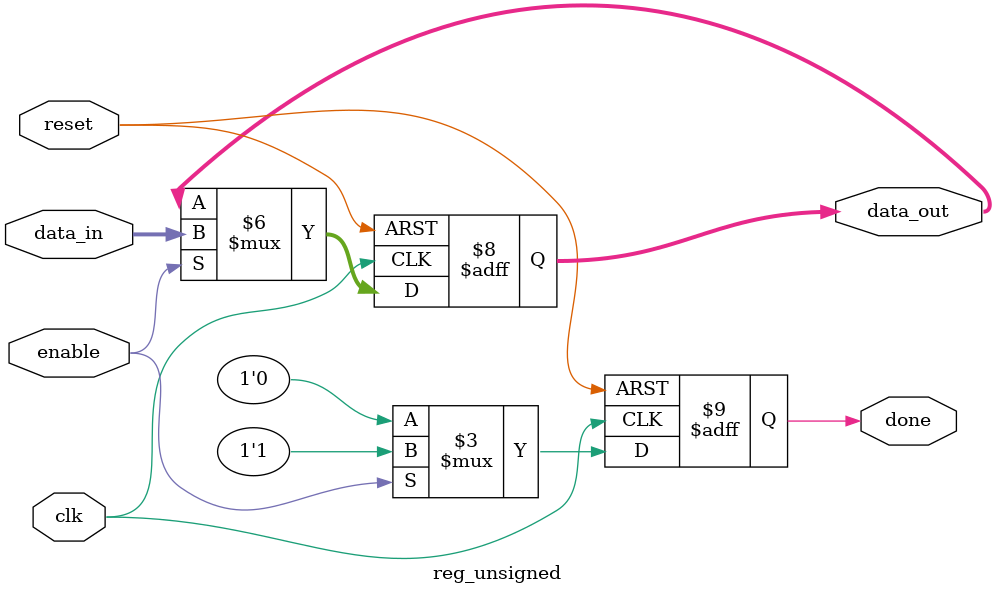
<source format=sv>
`timescale 1ns / 1ps


module reg_unsigned (
    input logic clk,            //señal de reloj
    input logic reset,          //señal de reset
    input logic enable,         //habilitacion del registro
    input logic [10:0] data_in,  //salida de 11 bits para los calculos
    output logic [10:0] data_out,   //salida de 11 bits positiva
    output logic done  // Señal para indicar almacenamiento exitoso
);

    always_ff @(posedge clk or posedge reset) begin
        if (reset) begin
            data_out <= 0;
            done <= 0;  // Inicializa la señal a 0
        end else if (enable) begin
            data_out <= data_in;  // Actualiza data_out con data_in
            done <= 1;      // Señal activa por un ciclo
        end else begin
            done <= 0;      // Desactiva la señal si no hay almacenamiento
        end
    end
endmodule

</source>
